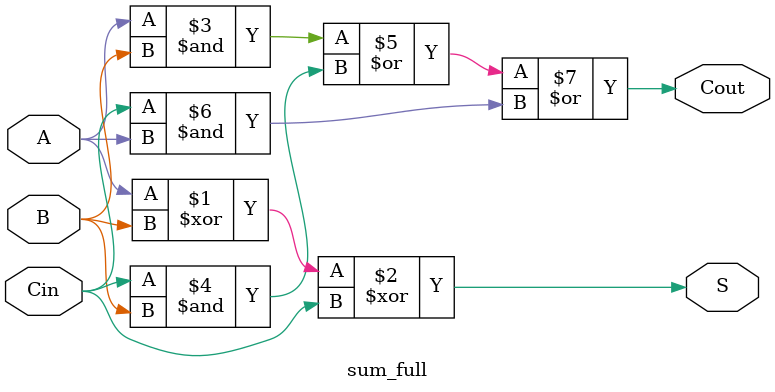
<source format=v>
module sum_full(
	input A,B,Cin,
	output S,Cout

);

assign S = A^B^Cin;
assign Cout = (A & B) | (Cin & B) | (Cin & A);

endmodule
</source>
